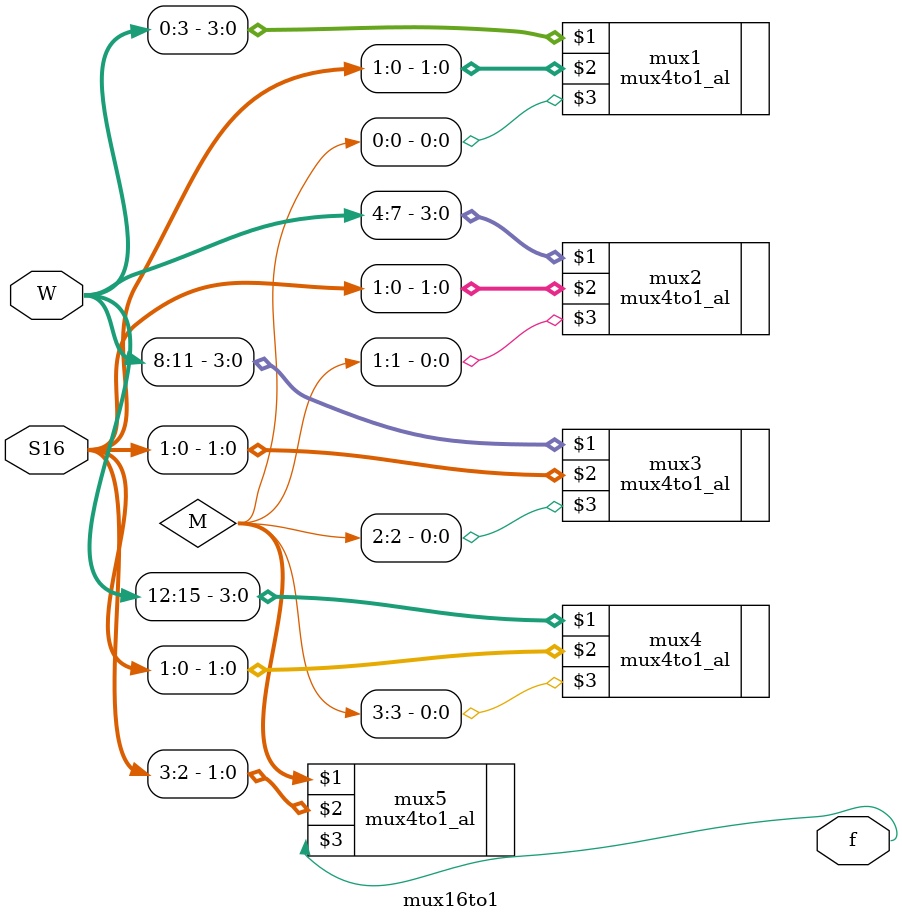
<source format=v>
module mux16to1(W, S16, f);
    input [0:15] W;
    input [3:0] S16;
    output f;
    wire [0:3] M;

    mux4to1_al mux1 (W[0:3], S16[1:0], M[0]);
    mux4to1_al mux2 (W[4:7], S16[1:0], M[1]);
    mux4to1_al mux3 (W[8:11], S16[1:0], M[2]);
    mux4to1_al mux4 (W[12:15], S16[1:0], M[3]);
    mux4to1_al mux5 (M[0:3], S16[3:2], f);

endmodule
</source>
